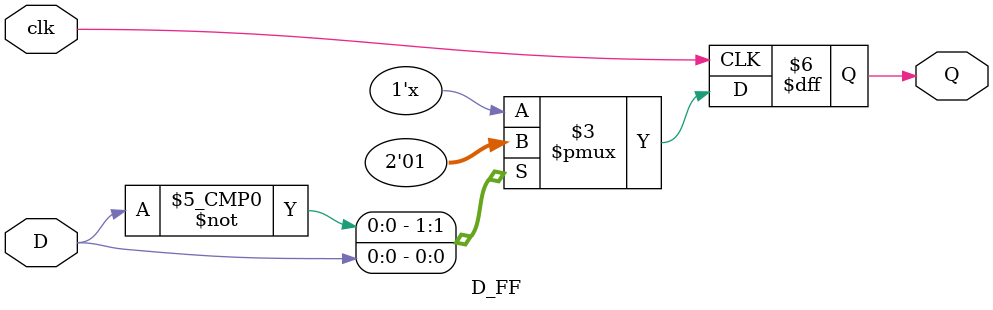
<source format=v>
`timescale 1ns / 1ps

// Author      : Venu Pabbuleti 
// ID          : N180116
//Branch       : ECE
//Project Name : RTL design using Verilog
//Design  Name : JK FLIP FLOP USING D FLIP FLOP --> D TO JK FF CONVERSION
//Module  Name : D_FF
//RGUKT NUZVID 
//////////////////////////////////////////////////////////////////////////////////


module D_FF(clk,D,Q);
input clk,D;
output reg Q=0;

always@(posedge clk) begin
     case({D})
   1'b0      :   Q<=1'b0;
   1'b1      :   Q<=1'b1;
   default   :   Q<=1'b0;
    endcase
end
endmodule

</source>
